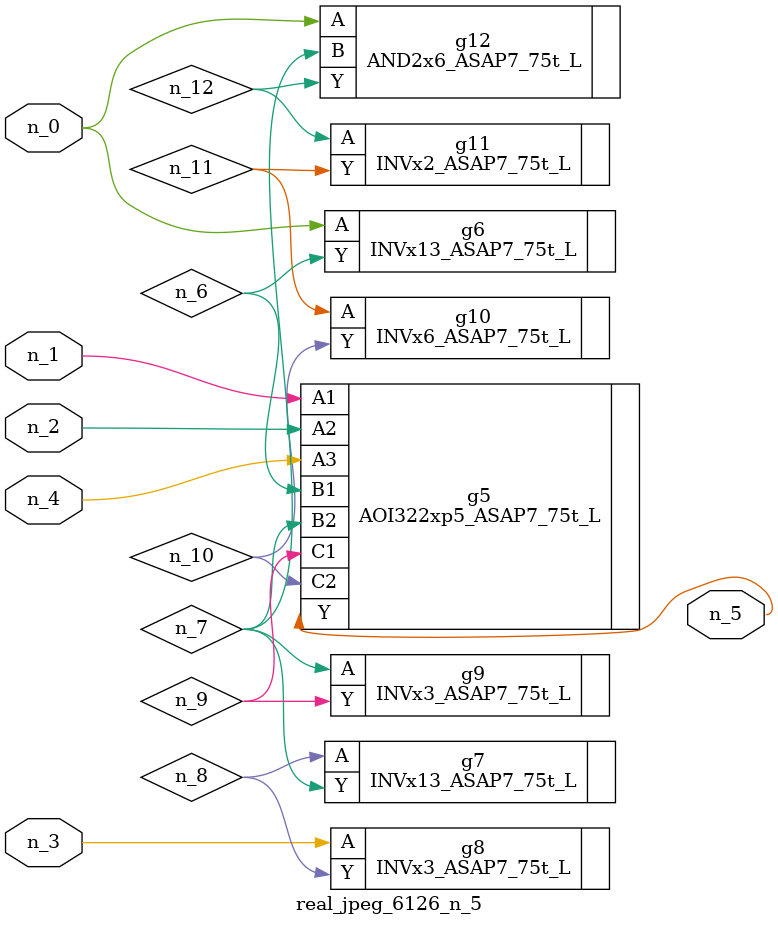
<source format=v>
module real_jpeg_6126_n_5 (n_4, n_0, n_1, n_2, n_3, n_5);

input n_4;
input n_0;
input n_1;
input n_2;
input n_3;

output n_5;

wire n_12;
wire n_8;
wire n_11;
wire n_6;
wire n_7;
wire n_10;
wire n_9;

INVx13_ASAP7_75t_L g6 ( 
.A(n_0),
.Y(n_6)
);

AND2x6_ASAP7_75t_L g12 ( 
.A(n_0),
.B(n_7),
.Y(n_12)
);

AOI322xp5_ASAP7_75t_L g5 ( 
.A1(n_1),
.A2(n_2),
.A3(n_4),
.B1(n_6),
.B2(n_7),
.C1(n_9),
.C2(n_10),
.Y(n_5)
);

INVx3_ASAP7_75t_L g8 ( 
.A(n_3),
.Y(n_8)
);

INVx3_ASAP7_75t_L g9 ( 
.A(n_7),
.Y(n_9)
);

INVx13_ASAP7_75t_L g7 ( 
.A(n_8),
.Y(n_7)
);

INVx6_ASAP7_75t_L g10 ( 
.A(n_11),
.Y(n_10)
);

INVx2_ASAP7_75t_L g11 ( 
.A(n_12),
.Y(n_11)
);


endmodule
</source>
